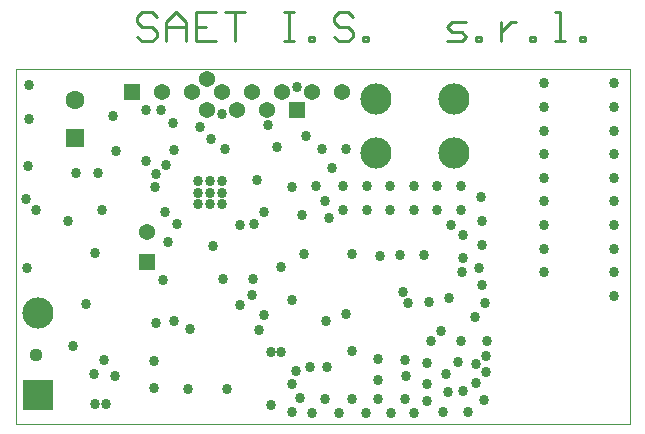
<source format=gbs>
*%FSLAX24Y24*%
*%MOIN*%
G01*
%ADD11C,0.0010*%
%ADD12C,0.0020*%
%ADD13C,0.0039*%
%ADD14C,0.0073*%
%ADD15C,0.0079*%
%ADD16C,0.0100*%
%ADD17O,0.0110X0.0394*%
%ADD18C,0.0118*%
%ADD19C,0.0120*%
%ADD20O,0.0150X0.0434*%
%ADD21C,0.0197*%
%ADD22C,0.0295*%
%ADD23C,0.0295*%
%ADD24C,0.0300*%
%ADD25C,0.0340*%
%ADD26C,0.0350*%
%ADD27C,0.0354*%
%ADD28C,0.0394*%
%ADD29O,0.0394X0.0110*%
%ADD30C,0.0394*%
%ADD31C,0.0394*%
%ADD32C,0.0400*%
%ADD33O,0.0434X0.0150*%
%ADD34C,0.0440*%
%ADD35C,0.0472*%
%ADD36C,0.0500*%
%ADD37C,0.0540*%
%ADD38C,0.0554*%
%ADD39C,0.0591*%
%ADD40C,0.0594*%
%ADD41C,0.0594*%
%ADD42C,0.0600*%
%ADD43C,0.0631*%
%ADD44C,0.0672*%
%ADD45C,0.1000*%
%ADD46C,0.1040*%
%ADD47C,0.1063*%
%ADD48C,0.1263*%
%ADD49R,0.0020X0.0020*%
%ADD50R,0.0059X0.0059*%
%ADD51R,0.0098X0.0315*%
%ADD52R,0.0100X0.0100*%
%ADD53R,0.0110X0.0299*%
%ADD54R,0.0138X0.0500*%
%ADD55R,0.0138X0.0355*%
%ADD56R,0.0150X0.0339*%
%ADD57R,0.0157X0.0079*%
%ADD58R,0.0178X0.0540*%
%ADD59R,0.0197X0.0119*%
%ADD60R,0.0200X0.0200*%
%ADD61R,0.0200X0.0250*%
%ADD62R,0.0200X0.0287*%
%ADD63R,0.0240X0.0290*%
%ADD64R,0.0240X0.0327*%
%ADD65R,0.0250X0.0200*%
%ADD66R,0.0287X0.0200*%
%ADD67R,0.0290X0.0240*%
%ADD68R,0.0299X0.0110*%
%ADD69R,0.0300X0.0300*%
%ADD70R,0.0300X0.0300*%
%ADD71R,0.0315X0.0098*%
%ADD72R,0.0327X0.0240*%
%ADD73R,0.0339X0.0150*%
%ADD74R,0.0340X0.0340*%
%ADD75R,0.0355X0.0138*%
%ADD76R,0.0360X0.0360*%
%ADD77R,0.0360X0.0500*%
%ADD78R,0.0400X0.0400*%
%ADD79R,0.0400X0.0400*%
%ADD80R,0.0400X0.0540*%
%ADD81R,0.0472X0.0433*%
%ADD82R,0.0500X0.0500*%
%ADD83R,0.0500X0.0500*%
%ADD84R,0.0500X0.0600*%
%ADD85R,0.0512X0.0473*%
%ADD86R,0.0540X0.0540*%
%ADD87R,0.0540X0.0640*%
%ADD88R,0.0591X0.0591*%
%ADD89R,0.0600X0.0500*%
%ADD90R,0.0600X0.0600*%
%ADD91R,0.0600X0.0600*%
%ADD92R,0.0631X0.0631*%
%ADD93R,0.0640X0.0540*%
%ADD94R,0.0640X0.0640*%
%ADD95R,0.0700X0.0700*%
%ADD96R,0.0787X0.0472*%
%ADD97R,0.0800X0.0800*%
%ADD98R,0.0827X0.0512*%
%ADD99R,0.0900X0.0900*%
%ADD100R,0.1000X0.1000*%
%ADD101R,0.1000X0.1000*%
%ADD102R,0.1024X0.1024*%
%ADD103R,0.1040X0.1040*%
%ADD104R,0.1100X0.1100*%
%ADD105R,0.1200X0.1200*%
%ADD106R,0.1339X0.1358*%
%ADD107R,0.1400X0.1400*%
%ADD108R,0.1500X0.1500*%
%ADD109R,0.1800X0.1800*%
%ADD110R,0.2200X0.2200*%
%ADD111R,0.2300X0.2300*%
G54D11*
X89781Y74911D02*
X110263D01*
Y86722D01*
X89781D01*
Y74911D01*
X110253D02*
Y86722D01*
X102133D01*
G54D16*
X94482Y88467D02*
X94318Y88631D01*
X93990D01*
X93826Y88467D01*
Y88303D01*
X93990Y88139D01*
X94318D01*
X94482Y87975D01*
Y87811D01*
X94318Y87647D01*
X93990D01*
X93826Y87811D01*
X94810Y87647D02*
Y88303D01*
X95138Y88631D01*
X95466Y88303D01*
Y87647D01*
Y88139D01*
X94810D01*
X95794Y88631D02*
X96450D01*
X95794D02*
Y87647D01*
X96450D01*
X96122Y88139D02*
X95794D01*
X96778Y88631D02*
X97434D01*
X97106D01*
Y87647D01*
X98746Y88631D02*
X99074D01*
X98910D01*
Y87647D01*
X98746D01*
X99074D01*
X99566D02*
Y87811D01*
X99730D01*
Y87647D01*
X99566D01*
X100878Y88631D02*
X101042Y88467D01*
X100878Y88631D02*
X100550D01*
X100386Y88467D01*
Y88303D01*
X100550Y88139D01*
X100878D01*
X101042Y87975D01*
Y87811D01*
X100878Y87647D01*
X100550D01*
X100386Y87811D01*
X101370D02*
Y87647D01*
Y87811D02*
X101534D01*
Y87647D01*
X101370D01*
X104157D02*
X104649D01*
X104813Y87811D01*
X104649Y87975D01*
X104321D01*
X104157Y88139D01*
X104321Y88303D01*
X104813D01*
X105141Y87811D02*
Y87647D01*
Y87811D02*
X105305D01*
Y87647D01*
X105141D01*
X105961D02*
Y88303D01*
Y87975D02*
Y87647D01*
Y87975D02*
X106125Y88139D01*
X106289Y88303D01*
X106453D01*
X106945Y87811D02*
Y87647D01*
Y87811D02*
X107109D01*
Y87647D01*
X106945D01*
X107765D02*
X108093D01*
X107929D01*
Y88631D01*
X107765D01*
X108585Y87811D02*
Y87647D01*
Y87811D02*
X108749D01*
Y87647D01*
X108585D01*
G54D25*
X92428Y75551D02*
D03*
X92803D02*
D03*
X93088Y76486D02*
D03*
X92409Y76565D02*
D03*
X92743Y77037D02*
D03*
X91690Y77510D02*
D03*
X92114Y78907D02*
D03*
X92419Y80610D02*
D03*
X92665Y82017D02*
D03*
X92527Y83248D02*
D03*
X91799Y83258D02*
D03*
X90204Y83494D02*
D03*
X90125Y82382D02*
D03*
X90480Y82017D02*
D03*
X91533Y81663D02*
D03*
X90165Y80088D02*
D03*
X94702Y79704D02*
D03*
X94879Y80945D02*
D03*
X95175Y81545D02*
D03*
X94751Y81949D02*
D03*
X94446Y82805D02*
D03*
X94476Y83218D02*
D03*
X94781Y83543D02*
D03*
X95047Y84025D02*
D03*
X95037Y84921D02*
D03*
X94633Y85364D02*
D03*
X94131Y85374D02*
D03*
X93039Y85157D02*
D03*
X93127Y83996D02*
D03*
X94141Y83671D02*
D03*
X96287Y84409D02*
D03*
X95923Y84793D02*
D03*
X96661Y85216D02*
D03*
X96356Y80836D02*
D03*
X96690Y79734D02*
D03*
X95598Y78071D02*
D03*
X95047Y78327D02*
D03*
X94476Y78277D02*
D03*
X94397Y76998D02*
D03*
Y76082D02*
D03*
X95539Y76073D02*
D03*
X90224Y85069D02*
D03*
Y86201D02*
D03*
X96759Y84055D02*
D03*
X98501Y84114D02*
D03*
X98206Y84862D02*
D03*
X99466Y84488D02*
D03*
X99988Y84045D02*
D03*
X100804Y84075D02*
D03*
X100322Y83425D02*
D03*
X100696Y82815D02*
D03*
Y82027D02*
D03*
X100214Y81752D02*
D03*
X100086Y82342D02*
D03*
X99810Y82815D02*
D03*
X99003Y82785D02*
D03*
X99318Y81870D02*
D03*
X98049Y81958D02*
D03*
X97734Y81545D02*
D03*
X97251Y81535D02*
D03*
X97822Y83031D02*
D03*
X97704Y79724D02*
D03*
X97665Y79183D02*
D03*
X97251Y78858D02*
D03*
X98058Y78523D02*
D03*
X97911Y78041D02*
D03*
X98304Y77303D02*
D03*
X98629Y77293D02*
D03*
X99121Y76673D02*
D03*
X99003Y76240D02*
D03*
X99603Y76785D02*
D03*
X100174D02*
D03*
X100991Y77316D02*
D03*
X101857Y77070D02*
D03*
Y76352D02*
D03*
X102793Y76496D02*
D03*
X102773Y77037D02*
D03*
X103482Y76919D02*
D03*
X103482Y76240D02*
D03*
X104131Y76575D02*
D03*
X104190Y75964D02*
D03*
X104712Y76004D02*
D03*
X105135Y76260D02*
D03*
X105125Y76899D02*
D03*
X105460Y77165D02*
D03*
X105490Y77647D02*
D03*
X104614Y77667D02*
D03*
X104545Y76949D02*
D03*
X105480Y76614D02*
D03*
X105106Y78464D02*
D03*
X105440Y78917D02*
D03*
X105342Y79517D02*
D03*
X105214Y80098D02*
D03*
X104673Y79970D02*
D03*
X104712Y80417D02*
D03*
Y81204D02*
D03*
X104308Y81525D02*
D03*
X104633Y82027D02*
D03*
Y82815D02*
D03*
X103846D02*
D03*
X103058D02*
D03*
Y82027D02*
D03*
X103846D02*
D03*
X102271D02*
D03*
Y82815D02*
D03*
X101484D02*
D03*
Y82027D02*
D03*
X101916Y80505D02*
D03*
X102596Y80541D02*
D03*
X103413Y80531D02*
D03*
X103560Y78976D02*
D03*
X102851Y78921D02*
D03*
X102684Y79295D02*
D03*
X104229Y79088D02*
D03*
X103964Y77986D02*
D03*
X103639Y77671D02*
D03*
X100794Y78556D02*
D03*
X100125Y78330D02*
D03*
X98984Y79035D02*
D03*
X98629Y80138D02*
D03*
X99397Y80564D02*
D03*
X100991Y80545D02*
D03*
X105342Y80856D02*
D03*
Y81663D02*
D03*
X105293Y82460D02*
D03*
X107383Y82315D02*
D03*
Y81528D02*
D03*
X107412Y81515D02*
D03*
X107383Y80740D02*
D03*
Y79953D02*
D03*
X109745D02*
D03*
Y80740D02*
D03*
Y81528D02*
D03*
Y82315D02*
D03*
Y83102D02*
D03*
Y83890D02*
D03*
Y84677D02*
D03*
Y85465D02*
D03*
Y86252D02*
D03*
X107383D02*
D03*
Y85465D02*
D03*
Y84677D02*
D03*
Y83890D02*
D03*
Y83102D02*
D03*
X109745Y79165D02*
D03*
X96838Y76073D02*
D03*
X99151Y86132D02*
D03*
X99269Y75748D02*
D03*
X99003Y75285D02*
D03*
X99663Y75275D02*
D03*
X100558D02*
D03*
X100991Y75728D02*
D03*
X101877D02*
D03*
X102301Y75275D02*
D03*
X103068Y75246D02*
D03*
X102763Y75728D02*
D03*
X103511Y75669D02*
D03*
X104023Y75295D02*
D03*
X104860D02*
D03*
X105401Y75679D02*
D03*
X101464Y75246D02*
D03*
X100106Y75728D02*
D03*
X98304Y75541D02*
D03*
X96661Y83002D02*
D03*
Y82608D02*
D03*
Y82214D02*
D03*
X95873Y83002D02*
D03*
X96267D02*
D03*
Y82608D02*
D03*
X95873D02*
D03*
Y82214D02*
D03*
X96267D02*
D03*
G54D34*
X90460Y77204D02*
D03*
G54D37*
X96169Y86388D02*
D03*
X94180Y81285D02*
D03*
X96151Y85374D02*
D03*
X97151D02*
D03*
X98151D02*
D03*
X94659Y85964D02*
D03*
X95659D02*
D03*
X96659D02*
D03*
X97659D02*
D03*
X98659D02*
D03*
X99659D02*
D03*
X100659D02*
D03*
G54D43*
X91749Y85708D02*
D03*
G54D46*
X104397Y83917D02*
D03*
X101797Y85717D02*
D03*
Y83917D02*
D03*
X104397Y85717D02*
D03*
X90539Y78582D02*
D03*
G54D86*
X94180Y80285D02*
D03*
X99151Y85374D02*
D03*
X93659Y85964D02*
D03*
G54D92*
X91749Y84429D02*
D03*
G54D103*
X90539Y75846D02*
D03*
M02*

</source>
